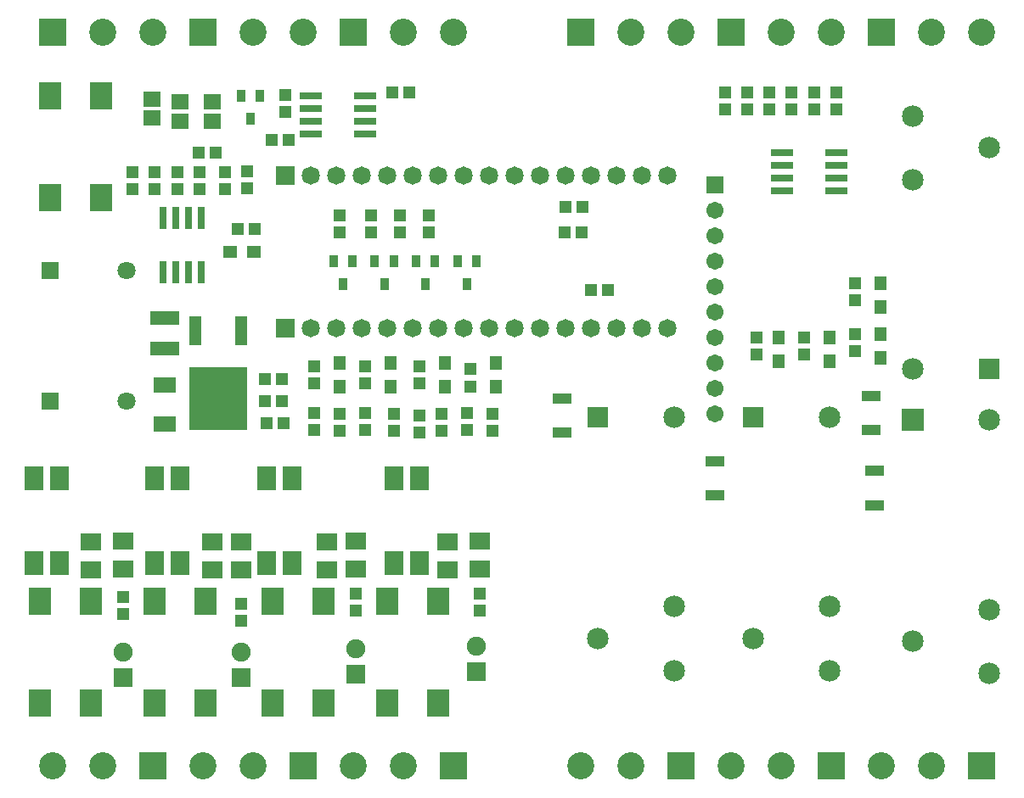
<source format=gbr>
%TF.GenerationSoftware,Novarm,DipTrace,3.1.0.1*%
%TF.CreationDate,2017-07-12T16:08:59+02:00*%
%FSLAX26Y26*%
%MOIN*%
%TF.FileFunction,Soldermask,Top*%
%TF.Part,Single*%
%AMOUTLINE1*
4,1,4,
0.035496,0.019748,
0.035496,-0.019748,
-0.035496,-0.019748,
-0.035496,0.019748,
0.035496,0.019748,
0*%
%AMOUTLINE4*
4,1,4,
-0.035496,-0.019748,
-0.035496,0.019748,
0.035496,0.019748,
0.035496,-0.019748,
-0.035496,-0.019748,
0*%
%AMOUTLINE7*5,1,4,0,0,0.119885,-135.0*%
%ADD66R,0.074929X0.094614*%
%ADD68R,0.08674X0.106425*%
%ADD70R,0.08674X0.031622*%
%ADD72R,0.226504X0.250126*%
%ADD74R,0.04737X0.116268*%
%ADD76R,0.031622X0.08674*%
%ADD78R,0.078866X0.070992*%
%ADD80R,0.033591X0.049339*%
%ADD82R,0.114299X0.053276*%
%ADD84R,0.084772X0.084772*%
%ADD86C,0.084772*%
%ADD88C,0.074929*%
%ADD90R,0.074929X0.074929*%
%ADD92C,0.067055*%
%ADD94R,0.067055X0.067055*%
%ADD96C,0.106425*%
%ADD98R,0.106425X0.106425*%
%ADD100C,0.07178*%
%ADD102R,0.07178X0.07178*%
%ADD104R,0.051307X0.057213*%
%ADD106R,0.090677X0.063118*%
%ADD108R,0.057213X0.051307*%
%ADD110R,0.04737X0.051307*%
%ADD112R,0.051307X0.04737*%
%ADD114R,0.067055X0.059181*%
%ADD116C,0.070992*%
%ADD118R,0.070992X0.070992*%
%ADD124OUTLINE1*%
%ADD127OUTLINE4*%
%ADD130OUTLINE7*%
G75*
G01*
%LPD*%
D118*
X581500Y2606500D3*
D116*
X881500D3*
D114*
X981500Y3206500D3*
Y3281303D3*
X1094000Y3269000D3*
Y3194197D3*
X1219000Y3269000D3*
Y3194197D3*
D112*
X1494000Y2181500D3*
X1427071D3*
D118*
X581500Y2094000D3*
D116*
X881500D3*
D112*
X1231500Y3069000D3*
X1164571D3*
X1431500Y2006500D3*
X1498429D3*
X1494000Y2094000D3*
X1427071D3*
D110*
X3231500Y3239535D3*
Y3306465D3*
X3494000Y3239535D3*
Y3306465D3*
X1506500Y3231500D3*
Y3298429D3*
D112*
X2706500Y2531500D3*
X2773429D3*
X1519000Y3119000D3*
X1452071D3*
D110*
X1719000Y2044000D3*
Y1977071D3*
X1931500Y2044000D3*
Y1977071D3*
X2119000Y2044000D3*
Y1977071D3*
X2319000Y2044000D3*
Y1977071D3*
D108*
X1381500Y2681500D3*
X1288980D3*
D106*
X1031500Y2156500D3*
Y2002962D3*
D104*
X3444000Y2344000D3*
Y2251480D3*
D124*
X2594000Y1969000D3*
Y2102859D3*
D104*
X1719000Y2244000D3*
Y2151480D3*
X3644000Y2344000D3*
Y2251480D3*
X1919000Y2244000D3*
Y2151480D3*
D127*
X3194000Y1856500D3*
Y1722641D3*
D104*
X3844000Y2356500D3*
Y2263980D3*
X2131500Y2244000D3*
Y2151480D3*
D127*
X3819000Y1819000D3*
Y1685141D3*
D104*
X2331500Y2244000D3*
Y2151480D3*
X3844000Y2556500D3*
Y2463980D3*
D127*
X3806500Y1981500D3*
Y2115359D3*
D102*
X1506500Y2981500D3*
D100*
X1606500D3*
X1706500D3*
X1806500D3*
X1906500D3*
X2006500D3*
X2106500D3*
X2206500D3*
X2306500D3*
X2406500D3*
X2506500D3*
X2606500D3*
X2706500D3*
X2806500D3*
X2906500D3*
X3006500D3*
D102*
X1506500Y2381500D3*
D100*
X1606500D3*
X1706500D3*
X1806500D3*
X1906500D3*
X2006500D3*
X2106500D3*
X2206500D3*
X2306500D3*
X2406500D3*
X2506500D3*
X2606500D3*
X2706500D3*
X2806500D3*
X2906500D3*
X3006500D3*
D98*
X590850Y3543606D3*
D96*
X787701D3*
X984551D3*
D98*
X1181402D3*
D96*
X1378252D3*
X1575102D3*
D98*
X1771953D3*
D96*
X1968803D3*
X2165654D3*
D98*
X2665654D3*
D96*
X2862504D3*
X3059354D3*
D98*
X3256205D3*
D96*
X3453055D3*
X3649906D3*
D98*
X3846756D3*
D96*
X4043606D3*
X4240457D3*
D98*
X984551Y661717D3*
D96*
X787701D3*
X590850D3*
D98*
X1575102D3*
D96*
X1378252D3*
X1181402D3*
D98*
X2165654D3*
D96*
X1968803D3*
X1771953D3*
D98*
X3059354D3*
D96*
X2862504D3*
X2665654D3*
D98*
X3649906D3*
D96*
X3453055D3*
X3256205D3*
D98*
X4240457D3*
D96*
X4043606D3*
X3846756D3*
D94*
X3194000Y2944000D3*
D92*
Y2844000D3*
Y2744000D3*
Y2644000D3*
Y2544000D3*
Y2444000D3*
Y2344000D3*
Y2244000D3*
Y2144000D3*
Y2044000D3*
D90*
X869000Y1006500D3*
D88*
Y1106500D3*
D90*
X1331500Y1006500D3*
D88*
Y1106500D3*
D90*
X1781500Y1019000D3*
D88*
Y1119000D3*
D90*
X2256500Y1031500D3*
D88*
Y1131500D3*
D86*
X3031500Y2031500D3*
D84*
X2731500D3*
D86*
X3031500Y1287406D3*
X2731500Y1161421D3*
X3031500Y1035437D3*
X3644000Y2031500D3*
D84*
X3344000D3*
D86*
X3644000Y1287406D3*
X3344000Y1161421D3*
X3644000Y1035437D3*
X4269000Y2019000D3*
D130*
X3969000D3*
D86*
X4269000Y1274906D3*
X3969000Y1148921D3*
X4269000Y1022937D3*
X3969000Y2219000D3*
D84*
X4269000D3*
D86*
X3969000Y2963094D3*
X4269000Y3089079D3*
X3969000Y3215063D3*
D82*
X1031500Y2419000D3*
Y2300890D3*
D80*
X2256500Y2644000D3*
X2181697D3*
X2219098Y2553449D3*
X2094000Y2644000D3*
X2019197D3*
X2056598Y2553449D3*
X1931500Y2644000D3*
X1856697D3*
X1894098Y2553449D3*
X1769000Y2644000D3*
X1694197D3*
X1731598Y2553449D3*
D110*
X906500Y2994000D3*
Y2927071D3*
D112*
X1319000Y2769000D3*
X1385929D3*
D110*
X994000Y2994000D3*
Y2927071D3*
X1081500Y2994000D3*
Y2927071D3*
X1169000Y2994000D3*
Y2927071D3*
X1269000Y2994000D3*
Y2927071D3*
X1356500Y2931500D3*
Y2998429D3*
D112*
X2606500Y2856500D3*
X2673429D3*
D110*
X3319000Y3239535D3*
Y3306465D3*
X3406500D3*
Y3239535D3*
D112*
X1994000Y3306500D3*
X1927071D3*
X2669000Y2756500D3*
X2602071D3*
D110*
X3669000Y3239535D3*
Y3306465D3*
X3581500Y3306500D3*
Y3239571D3*
D78*
X744000Y1431500D3*
Y1541736D3*
X869000Y1544000D3*
Y1433764D3*
D110*
X1619000Y1981500D3*
Y2048429D3*
X3356500Y2344000D3*
Y2277071D3*
X869000Y1256500D3*
Y1323429D3*
X1619000Y2231500D3*
Y2164571D3*
X2069000Y2756500D3*
Y2823429D3*
D78*
X1219000Y1431500D3*
Y1541736D3*
X1331500D3*
Y1431500D3*
D110*
X1819000Y1981500D3*
Y2048429D3*
X1331500Y1231500D3*
Y1298429D3*
X1819000Y2231500D3*
Y2164571D3*
X3544000Y2344000D3*
Y2277071D3*
X1956500Y2756500D3*
Y2823429D3*
D78*
X1669000Y1431500D3*
Y1541736D3*
X1781500Y1544000D3*
Y1433764D3*
D110*
X2031500Y1969000D3*
Y2035929D3*
X1781500Y1269000D3*
Y1335929D3*
X2031500Y2231500D3*
Y2164571D3*
X3744000Y2356500D3*
Y2289571D3*
X1844000Y2756500D3*
Y2823429D3*
D78*
X2144000Y1431500D3*
Y1541736D3*
X2269000Y1544000D3*
Y1433764D3*
D110*
X2219000Y1981500D3*
Y2048429D3*
X2269000Y1269000D3*
Y1335929D3*
X2231500Y2219000D3*
Y2152071D3*
X3744000Y2556500D3*
Y2489571D3*
X1719000Y2756500D3*
Y2823429D3*
D76*
X1025201Y2600201D3*
X1075201D3*
X1125201D3*
X1175201D3*
Y2812799D3*
X1125201D3*
X1075201D3*
X1025201D3*
D74*
X1331500Y2369000D3*
X1151972D3*
D72*
X1241736Y2105220D3*
D70*
X3456500Y3069000D3*
Y3019000D3*
Y2969000D3*
Y2919000D3*
X3669098D3*
Y2969000D3*
Y3019000D3*
Y3069000D3*
X1819000Y3144000D3*
Y3194000D3*
Y3244000D3*
Y3294000D3*
X1606402D3*
Y3244000D3*
Y3194000D3*
Y3144000D3*
D80*
X1406500Y3294000D3*
X1331697D3*
X1369098Y3203449D3*
D68*
X781500Y2894000D3*
X581500D3*
X781500Y3294000D3*
X581500D3*
X544000Y1306500D3*
X744000D3*
X544000Y906500D3*
X744000D3*
X994000Y1306500D3*
X1194000D3*
X994000Y906500D3*
X1194000D3*
X1456500Y1306500D3*
X1656500D3*
X1456500Y906500D3*
X1656500D3*
X1906500Y1306500D3*
X2106500D3*
X1906500Y906500D3*
X2106500D3*
D66*
X519000Y1456500D3*
X619000D3*
Y1791146D3*
X519000D3*
X994000Y1456500D3*
X1094000D3*
Y1791146D3*
X994000D3*
X1431500Y1456677D3*
X1531500D3*
Y1791323D3*
X1431500D3*
X1931500Y1456500D3*
X2031500D3*
Y1791146D3*
X1931500D3*
M02*

</source>
